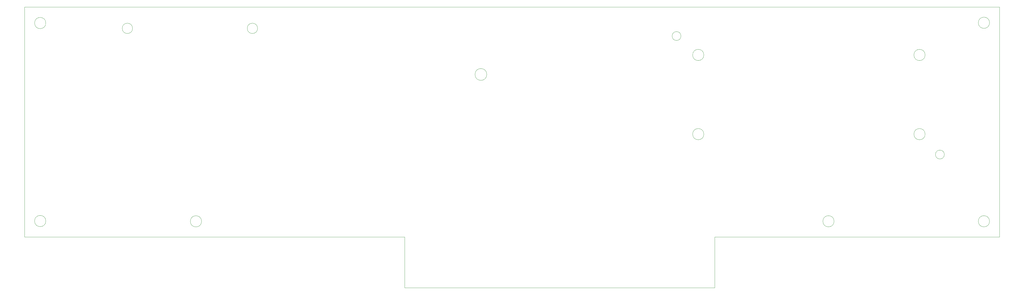
<source format=gbr>
%TF.GenerationSoftware,KiCad,Pcbnew,(6.0.11)*%
%TF.CreationDate,2023-09-06T20:25:10+01:00*%
%TF.ProjectId,001-Acorn_Electron_Plus1_V1_1_with_Joystick,3030312d-4163-46f7-926e-5f456c656374,rev?*%
%TF.SameCoordinates,Original*%
%TF.FileFunction,Profile,NP*%
%FSLAX46Y46*%
G04 Gerber Fmt 4.6, Leading zero omitted, Abs format (unit mm)*
G04 Created by KiCad (PCBNEW (6.0.11)) date 2023-09-06 20:25:10*
%MOMM*%
%LPD*%
G01*
G04 APERTURE LIST*
%TA.AperFunction,Profile*%
%ADD10C,0.100000*%
%TD*%
G04 APERTURE END LIST*
D10*
X383000000Y-109000000D02*
X53100000Y-109000000D01*
X53100000Y-109000000D02*
X53100000Y-186800000D01*
X379600000Y-181480000D02*
G75*
G03*
X379600000Y-181480000I-1900000J0D01*
G01*
X60300000Y-181400000D02*
G75*
G03*
X60300000Y-181400000I-1900000J0D01*
G01*
X275200000Y-118800000D02*
G75*
G03*
X275200000Y-118800000I-1500000J0D01*
G01*
X357800000Y-125200000D02*
G75*
G03*
X357800000Y-125200000I-1900000J0D01*
G01*
X364300000Y-158900000D02*
G75*
G03*
X364300000Y-158900000I-1500000J0D01*
G01*
X327000000Y-181480000D02*
G75*
G03*
X327000000Y-181480000I-1900000J0D01*
G01*
X131950000Y-116200000D02*
G75*
G03*
X131950000Y-116200000I-1750000J0D01*
G01*
X113000000Y-181500000D02*
G75*
G03*
X113000000Y-181500000I-1900000J0D01*
G01*
X286600000Y-186800000D02*
X383000000Y-186800000D01*
X89650000Y-116200000D02*
G75*
G03*
X89650000Y-116200000I-1750000J0D01*
G01*
X282940000Y-125200000D02*
G75*
G03*
X282940000Y-125200000I-1900000J0D01*
G01*
X181700000Y-186800000D02*
X181700000Y-204000000D01*
X357800000Y-152000000D02*
G75*
G03*
X357800000Y-152000000I-1900000J0D01*
G01*
X383000000Y-186800000D02*
X383000000Y-109000000D01*
X53100000Y-186800000D02*
X181700000Y-186800000D01*
X379600000Y-114300000D02*
G75*
G03*
X379600000Y-114300000I-1900000J0D01*
G01*
X286600000Y-204000000D02*
X286600000Y-186800000D01*
X282940000Y-152000000D02*
G75*
G03*
X282940000Y-152000000I-1900000J0D01*
G01*
X60300000Y-114400000D02*
G75*
G03*
X60300000Y-114400000I-1900000J0D01*
G01*
X209500000Y-131800000D02*
G75*
G03*
X209500000Y-131800000I-2000000J0D01*
G01*
X181700000Y-204000000D02*
X286600000Y-204000000D01*
M02*

</source>
